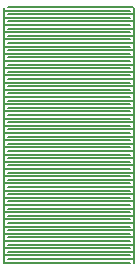
<source format=gbr>
G04 Output by ViewMate Deluxe V11.6.18  PentaLogix*
G04 Wed Aug 24 14:30:09 2016*
%FSLAX35Y35*%
%MOIN*%
%IPPOS*%
%ADD140C,0.006*%

%LPD*%
X0Y0D2*D140*G1X48800Y93000D2*X7000D1*X50000Y94200D2*X8200D1*X48800Y90600D2*X7000D1*X50000Y91800D2*X8200D1*X48800Y88200D2*X7000D1*X50000Y89400D2*X8200D1*X48800Y85800D2*X7000D1*X50000Y87000D2*X8200D1*X48800Y83400D2*X7000D1*X50000Y84600D2*X8200D1*X48800Y81000D2*X7000D1*X50000Y82200D2*X8200D1*X48800Y78600D2*X7000D1*X50000Y79800D2*X8200D1*X48800Y76200D2*X7000D1*X50000Y77400D2*X8200D1*X48800Y73800D2*X7000D1*X50000Y75000D2*X8200D1*X48800Y71400D2*X7000D1*X50000Y72600D2*X8200D1*X48800Y69000D2*X7000D1*X50000Y70200D2*X8200D1*X48800Y66600D2*X7000D1*X50000Y67800D2*X8200D1*X48800Y64200D2*X7000D1*X50000Y65400D2*X8200D1*X48800Y61800D2*X7000D1*X50000Y63000D2*X8200D1*X48800Y59400D2*X7000D1*X50000Y60600D2*X8200D1*X48800Y57000D2*X7000D1*X50000Y58200D2*X8200D1*X48800Y54600D2*X7000D1*X50000Y55800D2*X8200D1*X48800Y52200D2*X7000D1*X50000Y53400D2*X8200D1*X48800Y49800D2*X7000D1*X50000Y51000D2*X8200D1*X48800Y47400D2*X7000D1*X50000Y48600D2*X8200D1*X48800Y45000D2*X7000D1*X50000Y46200D2*X8200D1*X48800Y42600D2*X7000D1*X50000Y43800D2*X8200D1*X48800Y40200D2*X7000D1*X50000Y41400D2*X8200D1*X48800Y37800D2*X7000D1*X50000Y39000D2*X8200D1*X48800Y35400D2*X7000D1*X50000Y36600D2*X8200D1*X48800Y33000D2*X7000D1*X50000Y34200D2*X8200D1*X48800Y30600D2*X7000D1*X50000Y31800D2*X8200D1*X48800Y28200D2*X7000D1*X50000Y29400D2*X8200D1*X48800Y25800D2*X7000D1*X50000Y27000D2*X8200D1*X48800Y23400D2*X7000D1*X50000Y24600D2*X8200D1*X48800Y21000D2*X7000D1*X50000Y22200D2*X8200D1*X48800Y18600D2*X7000D1*X50000Y19800D2*X8200D1*X48800Y16200D2*X7000D1*X50000Y17400D2*X8200D1*X48800Y13800D2*X7000D1*X50000Y15000D2*X8200D1*X48800Y11400D2*X7000D1*X50000Y12600D2*X8200D1*X48800Y9000D2*X7000D1*X50000Y10200D2*X8200D1*X50200Y94000D2*Y9000D1*X7000D2*Y94000D1*X0Y0D2*M02*
</source>
